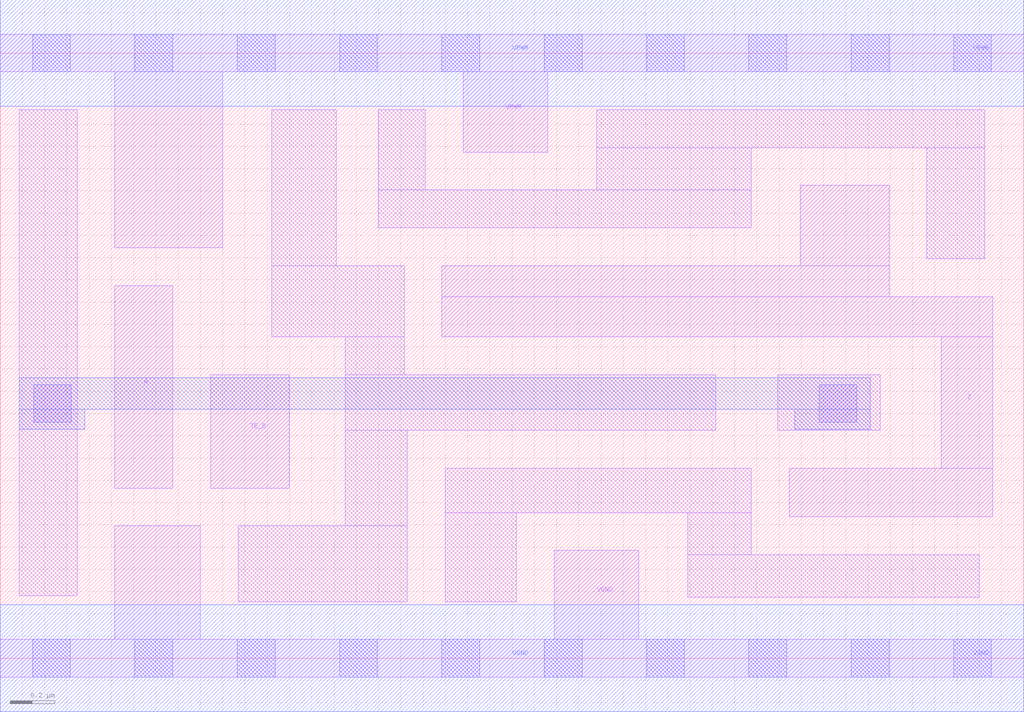
<source format=lef>
# Copyright 2020 The SkyWater PDK Authors
#
# Licensed under the Apache License, Version 2.0 (the "License");
# you may not use this file except in compliance with the License.
# You may obtain a copy of the License at
#
#     https://www.apache.org/licenses/LICENSE-2.0
#
# Unless required by applicable law or agreed to in writing, software
# distributed under the License is distributed on an "AS IS" BASIS,
# WITHOUT WARRANTIES OR CONDITIONS OF ANY KIND, either express or implied.
# See the License for the specific language governing permissions and
# limitations under the License.
#
# SPDX-License-Identifier: Apache-2.0

VERSION 5.7 ;
  NAMESCASESENSITIVE ON ;
  NOWIREEXTENSIONATPIN ON ;
  DIVIDERCHAR "/" ;
  BUSBITCHARS "[]" ;
UNITS
  DATABASE MICRONS 200 ;
END UNITS
PROPERTYDEFINITIONS
  MACRO maskLayoutSubType STRING ;
  MACRO prCellType STRING ;
  MACRO originalViewName STRING ;
END PROPERTYDEFINITIONS
MACRO sky130_fd_sc_hdll__ebufn_2
  CLASS CORE ;
  FOREIGN sky130_fd_sc_hdll__ebufn_2 ;
  ORIGIN  0.000000  0.000000 ;
  SIZE  4.600000 BY  2.720000 ;
  SYMMETRY X Y R90 ;
  SITE unithd ;
  PIN A
    ANTENNAGATEAREA  0.178200 ;
    DIRECTION INPUT ;
    USE SIGNAL ;
    PORT
      LAYER li1 ;
        RECT 0.515000 0.765000 0.775000 1.675000 ;
    END
  END A
  PIN TE_B
    ANTENNAGATEAREA  0.516600 ;
    DIRECTION INPUT ;
    USE SIGNAL ;
    PORT
      LAYER li1 ;
        RECT 0.945000 0.765000 1.300000 1.275000 ;
    END
  END TE_B
  PIN VGND
    ANTENNADIFFAREA  0.354000 ;
    DIRECTION INOUT ;
    USE SIGNAL ;
    PORT
      LAYER li1 ;
        RECT 0.000000 -0.085000 4.600000 0.085000 ;
        RECT 0.515000  0.085000 0.900000 0.595000 ;
        RECT 2.490000  0.085000 2.870000 0.485000 ;
      LAYER mcon ;
        RECT 0.145000 -0.085000 0.315000 0.085000 ;
        RECT 0.605000 -0.085000 0.775000 0.085000 ;
        RECT 1.065000 -0.085000 1.235000 0.085000 ;
        RECT 1.525000 -0.085000 1.695000 0.085000 ;
        RECT 1.985000 -0.085000 2.155000 0.085000 ;
        RECT 2.445000 -0.085000 2.615000 0.085000 ;
        RECT 2.905000 -0.085000 3.075000 0.085000 ;
        RECT 3.365000 -0.085000 3.535000 0.085000 ;
        RECT 3.825000 -0.085000 3.995000 0.085000 ;
        RECT 4.285000 -0.085000 4.455000 0.085000 ;
      LAYER met1 ;
        RECT 0.000000 -0.240000 4.600000 0.240000 ;
    END
  END VGND
  PIN VPWR
    ANTENNADIFFAREA  0.525400 ;
    DIRECTION INOUT ;
    USE SIGNAL ;
    PORT
      LAYER li1 ;
        RECT 0.000000 2.635000 4.600000 2.805000 ;
        RECT 0.515000 1.845000 1.000000 2.635000 ;
        RECT 2.080000 2.275000 2.460000 2.635000 ;
      LAYER mcon ;
        RECT 0.145000 2.635000 0.315000 2.805000 ;
        RECT 0.605000 2.635000 0.775000 2.805000 ;
        RECT 1.065000 2.635000 1.235000 2.805000 ;
        RECT 1.525000 2.635000 1.695000 2.805000 ;
        RECT 1.985000 2.635000 2.155000 2.805000 ;
        RECT 2.445000 2.635000 2.615000 2.805000 ;
        RECT 2.905000 2.635000 3.075000 2.805000 ;
        RECT 3.365000 2.635000 3.535000 2.805000 ;
        RECT 3.825000 2.635000 3.995000 2.805000 ;
        RECT 4.285000 2.635000 4.455000 2.805000 ;
      LAYER met1 ;
        RECT 0.000000 2.480000 4.600000 2.960000 ;
    END
  END VPWR
  PIN Z
    ANTENNADIFFAREA  0.530500 ;
    DIRECTION OUTPUT ;
    USE SIGNAL ;
    PORT
      LAYER li1 ;
        RECT 1.985000 1.445000 4.460000 1.625000 ;
        RECT 1.985000 1.625000 3.995000 1.765000 ;
        RECT 3.545000 0.635000 4.460000 0.855000 ;
        RECT 3.595000 1.765000 3.995000 2.125000 ;
        RECT 4.230000 0.855000 4.460000 1.445000 ;
    END
  END Z
  OBS
    LAYER li1 ;
      RECT 0.085000 0.280000 0.345000 2.465000 ;
      RECT 1.070000 0.255000 1.830000 0.595000 ;
      RECT 1.220000 1.445000 1.815000 1.765000 ;
      RECT 1.220000 1.765000 1.510000 2.465000 ;
      RECT 1.550000 0.595000 1.830000 1.025000 ;
      RECT 1.550000 1.025000 3.215000 1.275000 ;
      RECT 1.550000 1.275000 1.815000 1.445000 ;
      RECT 1.700000 1.935000 3.375000 2.105000 ;
      RECT 1.700000 2.105000 1.910000 2.465000 ;
      RECT 2.000000 0.255000 2.320000 0.655000 ;
      RECT 2.000000 0.655000 3.375000 0.855000 ;
      RECT 2.680000 2.105000 3.375000 2.295000 ;
      RECT 2.680000 2.295000 4.425000 2.465000 ;
      RECT 3.090000 0.275000 4.400000 0.465000 ;
      RECT 3.090000 0.465000 3.375000 0.655000 ;
      RECT 3.495000 1.025000 3.955000 1.275000 ;
      RECT 4.165000 1.795000 4.425000 2.295000 ;
    LAYER mcon ;
      RECT 0.150000 1.060000 0.320000 1.230000 ;
      RECT 3.680000 1.060000 3.850000 1.230000 ;
    LAYER met1 ;
      RECT 0.085000 1.030000 0.380000 1.120000 ;
      RECT 0.085000 1.120000 3.910000 1.260000 ;
      RECT 3.570000 1.030000 3.910000 1.120000 ;
  END
  PROPERTY maskLayoutSubType "abstract" ;
  PROPERTY prCellType "standard" ;
  PROPERTY originalViewName "layout" ;
END sky130_fd_sc_hdll__ebufn_2

</source>
